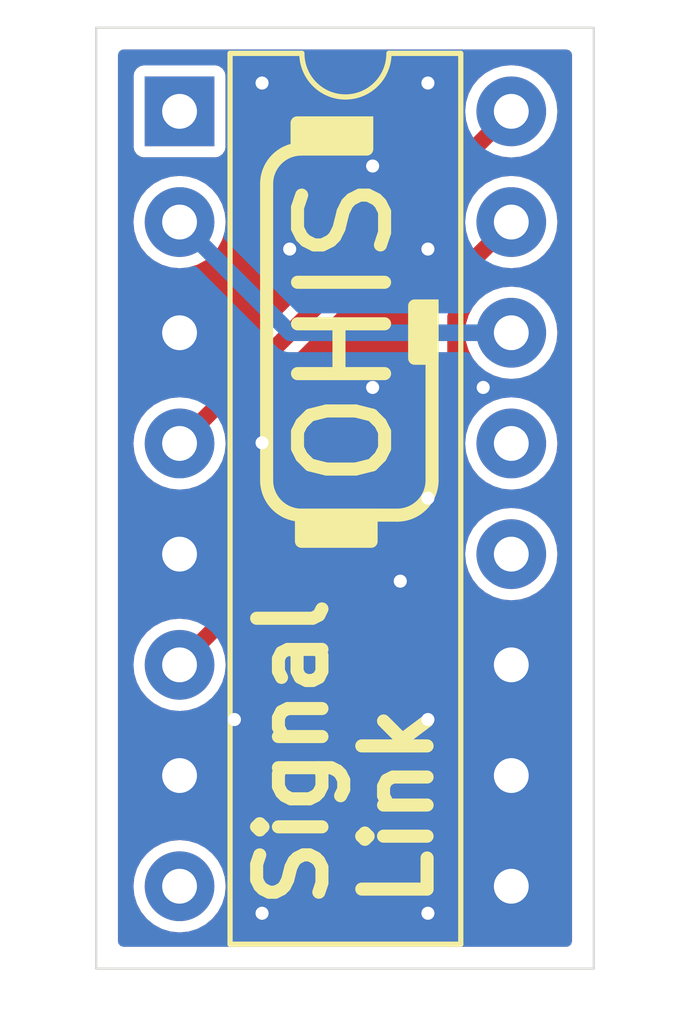
<source format=kicad_pcb>
(kicad_pcb (version 20240108) (generator "pcbnew") (generator_version "8.0")
  (layers (0 "F.Cu" signal) (31 "B.Cu" signal) (34 "B.Paste" user) (35 "F.Paste" user) (36 "B.SilkS" user "B.Silkscreen") (37 "F.SilkS" user "F.Silkscreen") (38 "B.Mask" user) (39 "F.Mask" user) (44 "Edge.Cuts" user))
  (net 0 "")
  (net 1 "GND")
  (net 2 "Mic+")
  (net 3 "Speaker")
  (net 4 "PTT")
  (footprint "Package_DIP:DIP-16_W7.62mm" (layer "F.Cu") (at 123.2 54.625)
    (property "Reference" "J1" (hide yes))
    (property "Value" "SignalLink PnP OHIS")
    (fp_line (start 1.16 -1.33) (end 1.16 19.11) (stroke (width 0.12)) (layer "F.SilkS"))
    (fp_line (start 1.16 19.11) (end 6.46 19.11) (stroke (width 0.12)) (layer "F.SilkS"))
    (fp_line (start 2.81 -1.33) (end 1.16 -1.33) (stroke (width 0.12)) (layer "F.SilkS"))
    (fp_line (start 6.46 -1.33) (end 4.81 -1.33) (stroke (width 0.12)) (layer "F.SilkS"))
    (fp_line (start 6.46 19.11) (end 6.46 -1.33) (stroke (width 0.12)) (layer "F.SilkS"))
    (fp_arc (start 4.81 -1.33) (mid 3.81 -0.33) (end 2.81 -1.33) (stroke (width 0.12)) (layer "F.SilkS"))
    (pad "1" thru_hole rect (at 0 0) (size 1.6 1.6) (drill 0.8) (layers "*.Cu" "*.Mask"))
    (pad "2" thru_hole oval (at 0 2.54) (size 1.6 1.6) (drill 0.8) (layers "*.Cu" "*.Mask") (net 4 "PTT"))
    (pad "3" thru_hole oval (at 0 5.08) (size 1.6 1.6) (drill 0.8) (layers "*.Cu" "*.Mask") (net 1 "GND"))
    (pad "4" thru_hole oval (at 0 7.62) (size 1.6 1.6) (drill 0.8) (layers "*.Cu" "*.Mask") (net 3 "Speaker"))
    (pad "5" thru_hole oval (at 0 10.16) (size 1.6 1.6) (drill 0.8) (layers "*.Cu" "*.Mask") (net 1 "GND"))
    (pad "6" thru_hole oval (at 0 12.7) (size 1.6 1.6) (drill 0.8) (layers "*.Cu" "*.Mask") (net 2 "Mic+"))
    (pad "7" thru_hole oval (at 0 15.24) (size 1.6 1.6) (drill 0.8) (layers "*.Cu" "*.Mask") (net 1 "GND"))
    (pad "8" thru_hole oval (at 0 17.78) (size 1.6 1.6) (drill 0.8) (layers "*.Cu" "*.Mask"))
    (pad "9" thru_hole oval (at 7.62 17.78) (size 1.6 1.6) (drill 0.8) (layers "*.Cu" "*.Mask") (net 1 "GND"))
    (pad "10" thru_hole oval (at 7.62 15.24) (size 1.6 1.6) (drill 0.8) (layers "*.Cu" "*.Mask") (net 1 "GND"))
    (pad "11" thru_hole oval (at 7.62 12.7) (size 1.6 1.6) (drill 0.8) (layers "*.Cu" "*.Mask") (net 1 "GND"))
    (pad "12" thru_hole oval (at 7.62 10.16) (size 1.6 1.6) (drill 0.8) (layers "*.Cu" "*.Mask"))
    (pad "13" thru_hole oval (at 7.62 7.62) (size 1.6 1.6) (drill 0.8) (layers "*.Cu" "*.Mask"))
    (pad "14" thru_hole oval (at 7.62 5.08) (size 1.6 1.6) (drill 0.8) (layers "*.Cu" "*.Mask") (net 4 "PTT"))
    (pad "15" thru_hole oval (at 7.62 2.54) (size 1.6 1.6) (drill 0.8) (layers "*.Cu" "*.Mask") (net 2 "Mic+"))
    (pad "16" thru_hole oval (at 7.62 0) (size 1.6 1.6) (drill 0.8) (layers "*.Cu" "*.Mask") (net 3 "Speaker"))
  )
  (footprint "OHIS:Logo_OHIS_Medium" (layer "F.Cu") (at 127 59.69 90)
    (property "Reference" "G1" (hide yes))
    (property "Value" "Logo_OHIS" (hide yes))
    (fp_line (start 3.4 -1.8) (end -3.4 -1.8) (stroke (width 0.3)) (layer "F.SilkS"))
    (fp_line (start -4.200001 1.2) (end -4.2 -1) (stroke (width 0.3)) (layer "F.SilkS"))
    (fp_line (start 0.6 2) (end -3.400001 2) (stroke (width 0.3)) (layer "F.SilkS"))
    (fp_rect (start 4.8 0.5) (end 4.2 -1.1) (stroke (width 0.3)) (fill solid) (layer "F.SilkS"))
    (fp_rect (start -4.2 0.6) (end -4.8 -1) (stroke (width 0.3)) (fill solid) (layer "F.SilkS"))
    (fp_rect (start 0.6 2) (end -0.6 1.6) (stroke (width 0.3)) (fill solid) (layer "F.SilkS"))
    (fp_arc (start 3.4 -1.8) (mid 3.965685 -1.565685) (end 4.2 -1) (stroke (width 0.3)) (layer "F.SilkS"))
    (fp_arc (start -4.2 -1) (mid -3.965685 -1.565685) (end -3.4 -1.8) (stroke (width 0.3)) (layer "F.SilkS"))
    (fp_arc (start -3.400001 2) (mid -3.965686 1.765685) (end -4.200001 1.2) (stroke (width 0.3)) (layer "F.SilkS"))
    (fp_text user "OHIS" (at 0 0 90) (layer "F.SilkS") (effects (font (size 2 2) (thickness 0.3))))
  )
  (gr_rect (start 121.285 52.705) (end 132.715 74.295) (stroke (width 0.05)) (fill none) (layer "Edge.Cuts"))
  (gr_text "Signal\nLink" (at 127 73.025 90) (layer "F.SilkS") (effects (font (size 1.5 1.5) (thickness 0.3) (bold yes)) (justify left)))
  (via (at 128.905 68.58) (size 0.6) (drill 0.3) (layers "F.Cu" "B.Cu") (net 1))
  (via (at 128.27 65.405) (size 0.6) (drill 0.3) (layers "F.Cu" "B.Cu") (net 1))
  (via (at 124.46 68.58) (size 0.6) (drill 0.3) (layers "F.Cu" "B.Cu") (net 1))
  (via (at 127.635 55.88) (size 0.6) (drill 0.3) (layers "F.Cu" "B.Cu") (net 1))
  (via (at 125.73 57.785) (size 0.6) (drill 0.3) (layers "F.Cu" "B.Cu") (net 1))
  (via (at 125.095 62.23) (size 0.6) (drill 0.3) (layers "F.Cu" "B.Cu") (net 1))
  (via (at 128.905 53.975) (size 0.6) (drill 0.3) (layers "F.Cu" "B.Cu") (net 1))
  (via (at 128.905 73.025) (size 0.6) (drill 0.3) (layers "F.Cu" "B.Cu") (net 1))
  (via (at 128.905 57.785) (size 0.6) (drill 0.3) (layers "F.Cu" "B.Cu") (net 1))
  (via (at 125.095 53.975) (size 0.6) (drill 0.3) (layers "F.Cu" "B.Cu") (net 1))
  (via (at 128.905 63.5) (size 0.6) (drill 0.3) (layers "F.Cu" "B.Cu") (net 1))
  (via (at 127.635 60.96) (size 0.6) (drill 0.3) (layers "F.Cu" "B.Cu") (net 1))
  (via (at 130.175 60.96) (size 0.6) (drill 0.3) (layers "F.Cu" "B.Cu") (net 1))
  (via (at 125.095 73.025) (size 0.6) (drill 0.3) (layers "F.Cu" "B.Cu") (net 1))
  (segment (start 123.2 67.3) (end 123.2 67.325) (width 0.381) (layer "F.Cu") (net 2))
  (segment (start 128.905 61.595) (end 123.2 67.3) (width 0.381) (layer "F.Cu") (net 2))
  (segment (start 128.905 59.08) (end 128.905 61.595) (width 0.381) (layer "F.Cu") (net 2))
  (segment (start 130.82 57.165) (end 128.905 59.08) (width 0.381) (layer "F.Cu") (net 2))
  (segment (start 130.82 54.625) (end 123.2 62.245) (width 0.381) (layer "F.Cu") (net 3))
  (segment (start 125.74 59.705) (end 130.82 59.705) (width 0.381) (layer "B.Cu") (net 4))
  (segment (start 123.2 57.165) (end 125.74 59.705) (width 0.381) (layer "B.Cu") (net 4))
  (zone (net 1) (net_name "GND") (layers "F&B.Cu") (connect_pads yes (clearance 0.254)) (min_thickness 0.254) (fill yes (thermal_gap 0.5) (thermal_bridge_width 0.5))
    (polygon (pts (xy 120.65 52.07) (xy 133.35 52.07) (xy 133.35 74.93) (xy 120.65 74.93)))
  )
)
</source>
